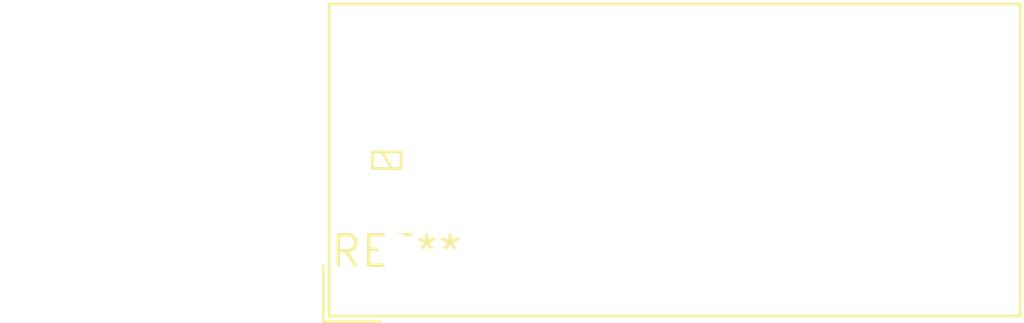
<source format=kicad_pcb>
(kicad_pcb (version 20240108) (generator pcbnew)
  (layers (0 "F.Cu" signal) (31 "B.Cu" signal) (34 "B.Paste" user) (35 "F.Paste" user) (36 "B.SilkS" user "B.Silkscreen") (37 "F.SilkS" user "F.Silkscreen") (38 "B.Mask" user) (39 "F.Mask" user) (44 "Edge.Cuts" user))
  (net 0 "")
  (footprint "Relay_SPST_Panasonic_JW1_FormA" (layer "F.Cu") (at 0 0)
    (property "Reference" "REF**")
    (property "Value" "Relay_SPST_Panasonic_JW1_FormA")
    (fp_line (start -3.04 2.94) (end -3.04 0.6) (layer "F.SilkS") (stroke (width 0.12)))
    (fp_line (start -2.8 -10.3) (end -2.8 2.7) (layer "F.SilkS") (stroke (width 0.12)))
    (fp_line (start -2.8 2.7) (end 26 2.7) (layer "F.SilkS") (stroke (width 0.12)))
    (fp_line (start -1 -4.15) (end -1 -3.45) (layer "F.SilkS") (stroke (width 0.12)))
    (fp_line (start -1 -3.45) (end 0.2 -3.45) (layer "F.SilkS") (stroke (width 0.12)))
    (fp_line (start -0.7 2.94) (end -3.04 2.94) (layer "F.SilkS") (stroke (width 0.12)))
    (fp_line (start -0.2 -3.45) (end -0.6 -4.15) (layer "F.SilkS") (stroke (width 0.12)))
    (fp_line (start 0.2 -4.15) (end -1 -4.15) (layer "F.SilkS") (stroke (width 0.12)))
    (fp_line (start 0.2 -3.45) (end 0.2 -4.15) (layer "F.SilkS") (stroke (width 0.12)))
    (fp_line (start 26 -10.3) (end -2.8 -10.3) (layer "F.SilkS") (stroke (width 0.12)))
    (fp_line (start 26 2.7) (end 26 -10.3) (layer "F.SilkS") (stroke (width 0.12)))
    (pad "1" thru_hole rect (at 0 0 90) (size 2.5 2.5) (drill 1.5) (layers *.Cu *.Mask) (remove_unused_layers))
    (pad "4" thru_hole oval (at 23.5 0 90) (size 2.5 2.5) (drill 1.5) (layers *.Cu *.Mask) (remove_unused_layers))
    (pad "6" thru_hole oval (at 20 -7.6 90) (size 2.5 2.5) (drill 1.5) (layers *.Cu *.Mask) (remove_unused_layers))
    (pad "8" thru_hole oval (at 0 -7.6 90) (size 2.5 2.5) (drill 1.5) (layers *.Cu *.Mask) (remove_unused_layers))
  )
)
</source>
